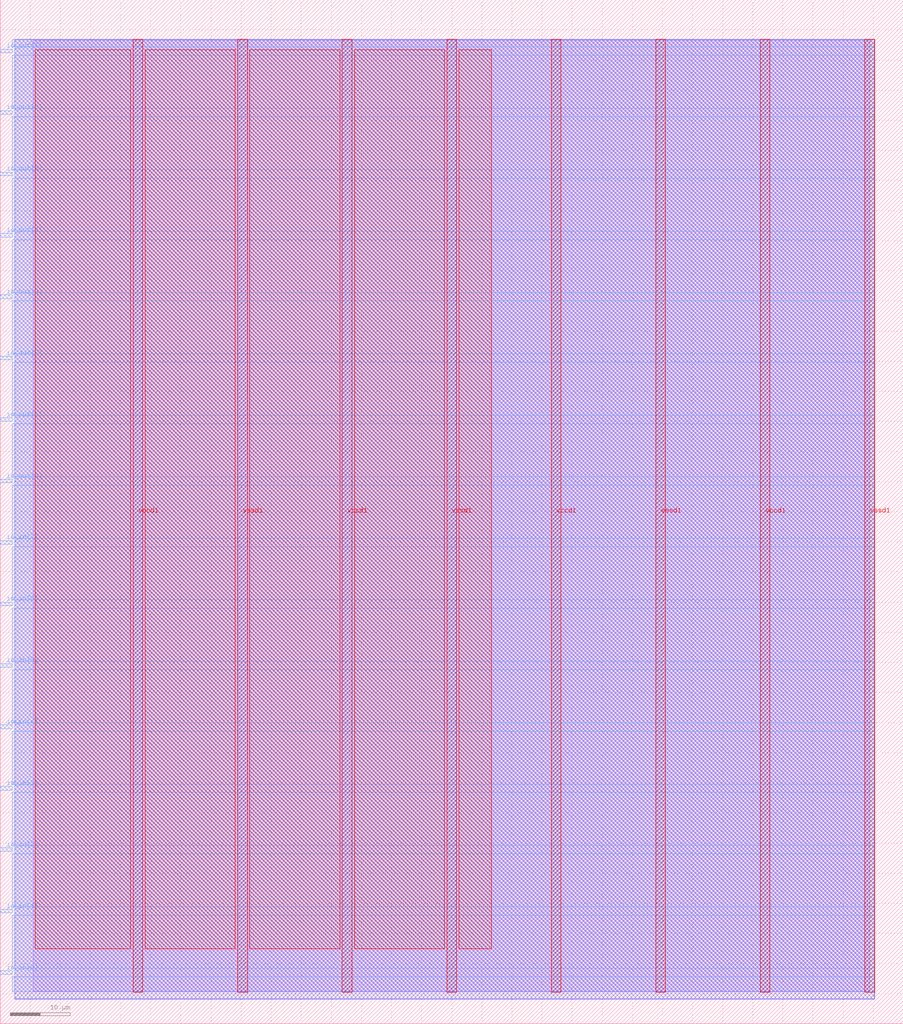
<source format=lef>
VERSION 5.7 ;
  NOWIREEXTENSIONATPIN ON ;
  DIVIDERCHAR "/" ;
  BUSBITCHARS "[]" ;
MACRO yupferris_bitslam
  CLASS BLOCK ;
  FOREIGN yupferris_bitslam ;
  ORIGIN 0.000 0.000 ;
  SIZE 150.000 BY 170.000 ;
  PIN io_in[0]
    DIRECTION INPUT ;
    USE SIGNAL ;
    PORT
      LAYER met3 ;
        RECT 0.000 8.200 2.000 8.800 ;
    END
  END io_in[0]
  PIN io_in[1]
    DIRECTION INPUT ;
    USE SIGNAL ;
    PORT
      LAYER met3 ;
        RECT 0.000 18.400 2.000 19.000 ;
    END
  END io_in[1]
  PIN io_in[2]
    DIRECTION INPUT ;
    USE SIGNAL ;
    PORT
      LAYER met3 ;
        RECT 0.000 28.600 2.000 29.200 ;
    END
  END io_in[2]
  PIN io_in[3]
    DIRECTION INPUT ;
    USE SIGNAL ;
    PORT
      LAYER met3 ;
        RECT 0.000 38.800 2.000 39.400 ;
    END
  END io_in[3]
  PIN io_in[4]
    DIRECTION INPUT ;
    USE SIGNAL ;
    PORT
      LAYER met3 ;
        RECT 0.000 49.000 2.000 49.600 ;
    END
  END io_in[4]
  PIN io_in[5]
    DIRECTION INPUT ;
    USE SIGNAL ;
    PORT
      LAYER met3 ;
        RECT 0.000 59.200 2.000 59.800 ;
    END
  END io_in[5]
  PIN io_in[6]
    DIRECTION INPUT ;
    USE SIGNAL ;
    PORT
      LAYER met3 ;
        RECT 0.000 69.400 2.000 70.000 ;
    END
  END io_in[6]
  PIN io_in[7]
    DIRECTION INPUT ;
    USE SIGNAL ;
    PORT
      LAYER met3 ;
        RECT 0.000 79.600 2.000 80.200 ;
    END
  END io_in[7]
  PIN io_out[0]
    DIRECTION OUTPUT TRISTATE ;
    USE SIGNAL ;
    PORT
      LAYER met3 ;
        RECT 0.000 89.800 2.000 90.400 ;
    END
  END io_out[0]
  PIN io_out[1]
    DIRECTION OUTPUT TRISTATE ;
    USE SIGNAL ;
    PORT
      LAYER met3 ;
        RECT 0.000 100.000 2.000 100.600 ;
    END
  END io_out[1]
  PIN io_out[2]
    DIRECTION OUTPUT TRISTATE ;
    USE SIGNAL ;
    PORT
      LAYER met3 ;
        RECT 0.000 110.200 2.000 110.800 ;
    END
  END io_out[2]
  PIN io_out[3]
    DIRECTION OUTPUT TRISTATE ;
    USE SIGNAL ;
    PORT
      LAYER met3 ;
        RECT 0.000 120.400 2.000 121.000 ;
    END
  END io_out[3]
  PIN io_out[4]
    DIRECTION OUTPUT TRISTATE ;
    USE SIGNAL ;
    PORT
      LAYER met3 ;
        RECT 0.000 130.600 2.000 131.200 ;
    END
  END io_out[4]
  PIN io_out[5]
    DIRECTION OUTPUT TRISTATE ;
    USE SIGNAL ;
    PORT
      LAYER met3 ;
        RECT 0.000 140.800 2.000 141.400 ;
    END
  END io_out[5]
  PIN io_out[6]
    DIRECTION OUTPUT TRISTATE ;
    USE SIGNAL ;
    PORT
      LAYER met3 ;
        RECT 0.000 151.000 2.000 151.600 ;
    END
  END io_out[6]
  PIN io_out[7]
    DIRECTION OUTPUT TRISTATE ;
    USE SIGNAL ;
    PORT
      LAYER met3 ;
        RECT 0.000 161.200 2.000 161.800 ;
    END
  END io_out[7]
  PIN vccd1
    DIRECTION INOUT ;
    USE POWER ;
    PORT
      LAYER met4 ;
        RECT 22.085 5.200 23.685 163.440 ;
    END
    PORT
      LAYER met4 ;
        RECT 56.815 5.200 58.415 163.440 ;
    END
    PORT
      LAYER met4 ;
        RECT 91.545 5.200 93.145 163.440 ;
    END
    PORT
      LAYER met4 ;
        RECT 126.275 5.200 127.875 163.440 ;
    END
  END vccd1
  PIN vssd1
    DIRECTION INOUT ;
    USE GROUND ;
    PORT
      LAYER met4 ;
        RECT 39.450 5.200 41.050 163.440 ;
    END
    PORT
      LAYER met4 ;
        RECT 74.180 5.200 75.780 163.440 ;
    END
    PORT
      LAYER met4 ;
        RECT 108.910 5.200 110.510 163.440 ;
    END
    PORT
      LAYER met4 ;
        RECT 143.640 5.200 145.240 163.440 ;
    END
  END vssd1
  OBS
      LAYER li1 ;
        RECT 5.520 5.355 144.440 163.285 ;
      LAYER met1 ;
        RECT 2.370 4.120 145.240 163.440 ;
      LAYER met2 ;
        RECT 2.390 4.090 145.210 163.385 ;
      LAYER met3 ;
        RECT 2.000 162.200 145.230 163.365 ;
        RECT 2.400 160.800 145.230 162.200 ;
        RECT 2.000 152.000 145.230 160.800 ;
        RECT 2.400 150.600 145.230 152.000 ;
        RECT 2.000 141.800 145.230 150.600 ;
        RECT 2.400 140.400 145.230 141.800 ;
        RECT 2.000 131.600 145.230 140.400 ;
        RECT 2.400 130.200 145.230 131.600 ;
        RECT 2.000 121.400 145.230 130.200 ;
        RECT 2.400 120.000 145.230 121.400 ;
        RECT 2.000 111.200 145.230 120.000 ;
        RECT 2.400 109.800 145.230 111.200 ;
        RECT 2.000 101.000 145.230 109.800 ;
        RECT 2.400 99.600 145.230 101.000 ;
        RECT 2.000 90.800 145.230 99.600 ;
        RECT 2.400 89.400 145.230 90.800 ;
        RECT 2.000 80.600 145.230 89.400 ;
        RECT 2.400 79.200 145.230 80.600 ;
        RECT 2.000 70.400 145.230 79.200 ;
        RECT 2.400 69.000 145.230 70.400 ;
        RECT 2.000 60.200 145.230 69.000 ;
        RECT 2.400 58.800 145.230 60.200 ;
        RECT 2.000 50.000 145.230 58.800 ;
        RECT 2.400 48.600 145.230 50.000 ;
        RECT 2.000 39.800 145.230 48.600 ;
        RECT 2.400 38.400 145.230 39.800 ;
        RECT 2.000 29.600 145.230 38.400 ;
        RECT 2.400 28.200 145.230 29.600 ;
        RECT 2.000 19.400 145.230 28.200 ;
        RECT 2.400 18.000 145.230 19.400 ;
        RECT 2.000 9.200 145.230 18.000 ;
        RECT 2.400 7.800 145.230 9.200 ;
        RECT 2.000 5.275 145.230 7.800 ;
      LAYER met4 ;
        RECT 5.815 12.415 21.685 161.665 ;
        RECT 24.085 12.415 39.050 161.665 ;
        RECT 41.450 12.415 56.415 161.665 ;
        RECT 58.815 12.415 73.780 161.665 ;
        RECT 76.180 12.415 81.585 161.665 ;
  END
END yupferris_bitslam
END LIBRARY


</source>
